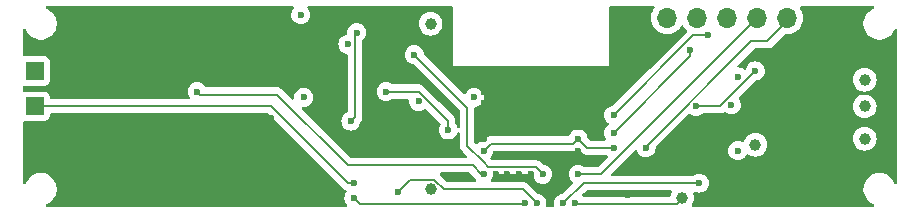
<source format=gbl>
G04 #@! TF.GenerationSoftware,KiCad,Pcbnew,8.0.4*
G04 #@! TF.CreationDate,2025-02-14T17:20:51+11:00*
G04 #@! TF.ProjectId,LSG,4c53472e-6b69-4636-9164-5f7063625858,rev?*
G04 #@! TF.SameCoordinates,Original*
G04 #@! TF.FileFunction,Copper,L4,Bot*
G04 #@! TF.FilePolarity,Positive*
%FSLAX46Y46*%
G04 Gerber Fmt 4.6, Leading zero omitted, Abs format (unit mm)*
G04 Created by KiCad (PCBNEW 8.0.4) date 2025-02-14 17:20:51*
%MOMM*%
%LPD*%
G01*
G04 APERTURE LIST*
G04 #@! TA.AperFunction,ComponentPad*
%ADD10C,1.000000*%
G04 #@! TD*
G04 #@! TA.AperFunction,ComponentPad*
%ADD11R,1.500000X1.500000*%
G04 #@! TD*
G04 #@! TA.AperFunction,ComponentPad*
%ADD12O,1.700000X1.100000*%
G04 #@! TD*
G04 #@! TA.AperFunction,ComponentPad*
%ADD13R,1.700000X1.700000*%
G04 #@! TD*
G04 #@! TA.AperFunction,ComponentPad*
%ADD14O,1.700000X1.700000*%
G04 #@! TD*
G04 #@! TA.AperFunction,ViaPad*
%ADD15C,0.600000*%
G04 #@! TD*
G04 #@! TA.AperFunction,ViaPad*
%ADD16C,1.000000*%
G04 #@! TD*
G04 #@! TA.AperFunction,Conductor*
%ADD17C,0.200000*%
G04 #@! TD*
G04 APERTURE END LIST*
D10*
X-2500000Y7000000D03*
D11*
X-36000000Y-3000000D03*
D10*
X18825000Y-7750000D03*
D12*
X32000000Y-4320000D03*
X35800000Y-4320000D03*
X32000000Y4320000D03*
X35800000Y4320000D03*
D11*
X-36000000Y0D03*
D13*
X15000000Y7500000D03*
D14*
X17540000Y7500000D03*
X20080000Y7500000D03*
X22620000Y7500000D03*
X25160000Y7500000D03*
X27700000Y7500000D03*
D11*
X-36000000Y3000000D03*
D10*
X-2500000Y-7000000D03*
D15*
X-16000000Y-1000000D03*
X29500000Y5500000D03*
X10000000Y-750000D03*
X29500000Y2250000D03*
X-27000000Y-4500000D03*
X10000000Y-4750000D03*
X8000000Y1250000D03*
X4000000Y-2250000D03*
X-5250000Y-500000D03*
X23000000Y-6250000D03*
X-33500000Y4250000D03*
X5000000Y1250000D03*
X14250000Y-7500000D03*
X5000000Y-5750000D03*
X-15000000Y-4500000D03*
X17000000Y4750000D03*
X4000000Y-5750000D03*
X-11750000Y-1000000D03*
X10000000Y250000D03*
X3000000Y1250000D03*
X10000000Y-1750000D03*
X6000000Y-2250000D03*
X4000000Y-250000D03*
X7000000Y1250000D03*
X2000000Y1250000D03*
X10000000Y-3750000D03*
X-9000000Y-3000000D03*
X6000000Y-250000D03*
X8000000Y-5750000D03*
X4000000Y-4250000D03*
X8000000Y-250000D03*
X-7250000Y-500000D03*
X3000000Y-5750000D03*
X9000000Y1250000D03*
X10000000Y1250000D03*
X8000000Y-2250000D03*
X2000000Y-750000D03*
X2000000Y-2750000D03*
X8000000Y-4250000D03*
X2000000Y-1750000D03*
X-33500000Y-4250000D03*
X9000000Y-5750000D03*
X4000000Y1250000D03*
X26750000Y-1750000D03*
X6000000Y-5750000D03*
X-27000000Y-1000000D03*
X6000000Y-4250000D03*
X6000000Y1250000D03*
X-6500000Y7500000D03*
X-15000000Y4500000D03*
X13750000Y4500000D03*
X-27000000Y4500000D03*
X27000000Y1000000D03*
X2000000Y250000D03*
X-1000000Y-6000000D03*
X-13500000Y7750000D03*
D16*
X25000000Y-3250000D03*
D15*
X23500000Y2500000D03*
X22972947Y124419D03*
X-9500000Y5250000D03*
X-13250000Y750000D03*
X1199997Y750000D03*
X-3521772Y423242D03*
X-9000000Y-7750000D03*
X5500000Y-8200000D03*
D16*
X34250000Y-2750000D03*
X34250000Y2250000D03*
D15*
X23500000Y-3750000D03*
D16*
X34250000Y0D03*
D15*
X-8750000Y6250000D03*
X-9250000Y-1250000D03*
X-6250000Y1250000D03*
X-1000000Y-2000000D03*
X10000000Y-5750000D03*
X10000000Y-2750000D03*
X13000000Y-3500000D03*
X15750000Y-3500000D03*
X2000000Y-3750000D03*
X2000000Y-5750000D03*
X-22250000Y1250000D03*
X25000000Y3000000D03*
X20000000Y0D03*
X21000000Y6000000D03*
X13000000Y-750000D03*
X19500000Y4750000D03*
X13000000Y-2250000D03*
X-9000000Y-6500000D03*
X9750000Y-8200000D03*
X20250000Y-6500000D03*
X8750000Y-8200000D03*
X6500000Y-8200000D03*
X-5250000Y-7250000D03*
X7000000Y-5750000D03*
X-3875000Y4375000D03*
D17*
X-8500000Y-8250000D02*
X-9000000Y-7750000D01*
X5500000Y-8200000D02*
X5450000Y-8250000D01*
X5450000Y-8250000D02*
X-8500000Y-8250000D01*
X-8900000Y-900000D02*
X-9250000Y-1250000D01*
X-8750000Y6250000D02*
X-8900000Y6100000D01*
X-8900000Y6100000D02*
X-8900000Y-900000D01*
X-1000000Y-1250000D02*
X-3500000Y1250000D01*
X-1000000Y-2000000D02*
X-1000000Y-1250000D01*
X-3500000Y1250000D02*
X-6250000Y1250000D01*
X10000000Y-5750000D02*
X11910000Y-5750000D01*
X11910000Y-5750000D02*
X25160000Y7500000D01*
X27700000Y7200000D02*
X27700000Y7500000D01*
X10000000Y-2750000D02*
X10750000Y-3500000D01*
X2000000Y-3750000D02*
X2600000Y-3150000D01*
X10750000Y-3500000D02*
X13000000Y-3500000D01*
X2600000Y-3150000D02*
X9600000Y-3150000D01*
X26000000Y5500000D02*
X27700000Y7200000D01*
X9600000Y-3150000D02*
X10000000Y-2750000D01*
X15750000Y-3401471D02*
X24651471Y5500000D01*
X24651471Y5500000D02*
X26000000Y5500000D01*
X15750000Y-3500000D02*
X15750000Y-3401471D01*
X-15500000Y1000000D02*
X-22000000Y1000000D01*
X-22000000Y1000000D02*
X-22250000Y1250000D01*
X2000000Y-5750000D02*
X1802941Y-5750000D01*
X-9500000Y-5000000D02*
X-15500000Y1000000D01*
X1802941Y-5750000D02*
X1052941Y-5000000D01*
X1052941Y-5000000D02*
X-9500000Y-5000000D01*
X22000000Y0D02*
X20000000Y0D01*
X25000000Y3000000D02*
X22000000Y0D01*
X21000000Y6000000D02*
X19750000Y6000000D01*
X19750000Y6000000D02*
X13000000Y-750000D01*
X19500000Y4250000D02*
X19500000Y4750000D01*
X13000000Y-2250000D02*
X19500000Y4250000D01*
X-9500000Y-6500000D02*
X-16000000Y0D01*
X-16000000Y0D02*
X-36000000Y0D01*
X-9000000Y-6500000D02*
X-9500000Y-6500000D01*
X18325000Y-8250000D02*
X18825000Y-7750000D01*
X9750000Y-8200000D02*
X9800000Y-8250000D01*
X9800000Y-8250000D02*
X18325000Y-8250000D01*
X10450000Y-6500000D02*
X20250000Y-6500000D01*
X8750000Y-8200000D02*
X10450000Y-6500000D01*
X6500000Y-8200000D02*
X5300000Y-7000000D01*
X5300000Y-7000000D02*
X-1368629Y-7000000D01*
X-2168629Y-6200000D02*
X-4200000Y-6200000D01*
X-1368629Y-7000000D02*
X-2168629Y-6200000D01*
X-4200000Y-6200000D02*
X-5250000Y-7250000D01*
X7000000Y-5750000D02*
X6400000Y-5150000D01*
X599997Y-99997D02*
X599997Y-3349997D01*
X-3875000Y4375000D02*
X599997Y-99997D01*
X599997Y-3349997D02*
X2000000Y-4750000D01*
X6400000Y-5150000D02*
X2400000Y-5150000D01*
X2400000Y-5150000D02*
X2000000Y-4750000D01*
G04 #@! TA.AperFunction,Conductor*
G36*
X-16233058Y-620185D02*
G01*
X-16212415Y-636819D01*
X-9990727Y-6858506D01*
X-9990724Y-6858511D01*
X-9980520Y-6868714D01*
X-9980520Y-6868716D01*
X-9868716Y-6980520D01*
X-9793040Y-7024211D01*
X-9731785Y-7059577D01*
X-9705605Y-7066591D01*
X-9645948Y-7102952D01*
X-9615417Y-7165799D01*
X-9623710Y-7235174D01*
X-9632706Y-7252337D01*
X-9716381Y-7385506D01*
X-9725789Y-7400478D01*
X-9783867Y-7566455D01*
X-9785368Y-7570745D01*
X-9785369Y-7570750D01*
X-9805565Y-7749996D01*
X-9805565Y-7750003D01*
X-9794244Y-7850478D01*
X-9785368Y-7929255D01*
X-9725789Y-8099522D01*
X-9629816Y-8252262D01*
X-9594259Y-8287819D01*
X-9560774Y-8349142D01*
X-9565758Y-8418834D01*
X-9607630Y-8474767D01*
X-9673094Y-8499184D01*
X-9681940Y-8499500D01*
X-34961772Y-8499500D01*
X-35028811Y-8479815D01*
X-35074566Y-8427011D01*
X-35084510Y-8357853D01*
X-35055485Y-8294297D01*
X-35000091Y-8257569D01*
X-34981589Y-8251558D01*
X-34792185Y-8155052D01*
X-34792182Y-8155050D01*
X-34792180Y-8155049D01*
X-34620214Y-8030110D01*
X-34469891Y-7879787D01*
X-34344952Y-7707821D01*
X-34248445Y-7518415D01*
X-34222257Y-7437819D01*
X-34182755Y-7316244D01*
X-34181063Y-7305565D01*
X-34154337Y-7136819D01*
X-34149501Y-7106288D01*
X-34149501Y-6893714D01*
X-34149501Y-6893713D01*
X-34182754Y-6683761D01*
X-34248445Y-6481586D01*
X-34344952Y-6292180D01*
X-34469891Y-6120214D01*
X-34620214Y-5969891D01*
X-34792180Y-5844952D01*
X-34981586Y-5748445D01*
X-35183761Y-5682754D01*
X-35183760Y-5682754D01*
X-35354203Y-5655758D01*
X-35393714Y-5649501D01*
X-35606288Y-5649501D01*
X-35669645Y-5659535D01*
X-35816240Y-5682754D01*
X-35816242Y-5682754D01*
X-35816244Y-5682755D01*
X-36018413Y-5748444D01*
X-36018414Y-5748444D01*
X-36018415Y-5748445D01*
X-36207821Y-5844952D01*
X-36379787Y-5969891D01*
X-36530110Y-6120214D01*
X-36655049Y-6292180D01*
X-36655050Y-6292182D01*
X-36655052Y-6292185D01*
X-36751558Y-6481589D01*
X-36757570Y-6500092D01*
X-36797008Y-6557766D01*
X-36861367Y-6584963D01*
X-36930213Y-6573048D01*
X-36981688Y-6525803D01*
X-36999500Y-6461771D01*
X-36999500Y-1366868D01*
X-36979815Y-1299829D01*
X-36927011Y-1254074D01*
X-36862244Y-1243579D01*
X-36857483Y-1244090D01*
X-36857483Y-1244091D01*
X-36797873Y-1250500D01*
X-35202128Y-1250499D01*
X-35153757Y-1245299D01*
X-35142516Y-1244091D01*
X-35007671Y-1193797D01*
X-35007664Y-1193793D01*
X-34892455Y-1107547D01*
X-34892452Y-1107544D01*
X-34806206Y-992335D01*
X-34806202Y-992328D01*
X-34755908Y-857482D01*
X-34749501Y-797883D01*
X-34749500Y-797864D01*
X-34749500Y-724500D01*
X-34729815Y-657461D01*
X-34677011Y-611706D01*
X-34625500Y-600500D01*
X-16300097Y-600500D01*
X-16233058Y-620185D01*
G37*
G04 #@! TD.AperFunction*
G04 #@! TA.AperFunction,Conductor*
G36*
X10059909Y-3661571D02*
G01*
X10075663Y-3674898D01*
X10265139Y-3864374D01*
X10265149Y-3864385D01*
X10269479Y-3868715D01*
X10269480Y-3868716D01*
X10381284Y-3980520D01*
X10468095Y-4030639D01*
X10468097Y-4030641D01*
X10506151Y-4052611D01*
X10518215Y-4059577D01*
X10670943Y-4100500D01*
X12410902Y-4100500D01*
X12477941Y-4120185D01*
X12523696Y-4172989D01*
X12533640Y-4242147D01*
X12504615Y-4305703D01*
X12498583Y-4312181D01*
X11697584Y-5113181D01*
X11636261Y-5146666D01*
X11609903Y-5149500D01*
X10582412Y-5149500D01*
X10515373Y-5129815D01*
X10505097Y-5122445D01*
X10502263Y-5120185D01*
X10502262Y-5120184D01*
X10445496Y-5084515D01*
X10349523Y-5024211D01*
X10179254Y-4964631D01*
X10179249Y-4964630D01*
X10000004Y-4944435D01*
X9999996Y-4944435D01*
X9820750Y-4964630D01*
X9820745Y-4964631D01*
X9650476Y-5024211D01*
X9497737Y-5120184D01*
X9370184Y-5247737D01*
X9274211Y-5400476D01*
X9214631Y-5570745D01*
X9214630Y-5570750D01*
X9194435Y-5749996D01*
X9194435Y-5750003D01*
X9214630Y-5929249D01*
X9214631Y-5929254D01*
X9274211Y-6099523D01*
X9343332Y-6209527D01*
X9370184Y-6252262D01*
X9497738Y-6379816D01*
X9503156Y-6383220D01*
X9549448Y-6435554D01*
X9560098Y-6504607D01*
X9531724Y-6568456D01*
X9524867Y-6575896D01*
X8731465Y-7369298D01*
X8670142Y-7402783D01*
X8657668Y-7404837D01*
X8570750Y-7414630D01*
X8400478Y-7474210D01*
X8247737Y-7570184D01*
X8120184Y-7697737D01*
X8024211Y-7850476D01*
X7964631Y-8020745D01*
X7964630Y-8020750D01*
X7944435Y-8199996D01*
X7944435Y-8200003D01*
X7962644Y-8361617D01*
X7950589Y-8430439D01*
X7903240Y-8481818D01*
X7839424Y-8499500D01*
X7410576Y-8499500D01*
X7343537Y-8479815D01*
X7297782Y-8427011D01*
X7287356Y-8361617D01*
X7305565Y-8200003D01*
X7305565Y-8199996D01*
X7285369Y-8020750D01*
X7285368Y-8020745D01*
X7236046Y-7879792D01*
X7225789Y-7850478D01*
X7129816Y-7697738D01*
X7002262Y-7570184D01*
X6977021Y-7554324D01*
X6849521Y-7474210D01*
X6679249Y-7414630D01*
X6592330Y-7404837D01*
X6527916Y-7377770D01*
X6518533Y-7369298D01*
X5787590Y-6638355D01*
X5787588Y-6638352D01*
X5668717Y-6519481D01*
X5668709Y-6519475D01*
X5573717Y-6464632D01*
X5573715Y-6464631D01*
X5531790Y-6440425D01*
X5531789Y-6440424D01*
X5513614Y-6435554D01*
X5379057Y-6399499D01*
X5220943Y-6399499D01*
X5213347Y-6399499D01*
X5213331Y-6399500D01*
X2761661Y-6399500D01*
X2694622Y-6379815D01*
X2648867Y-6327011D01*
X2638923Y-6257853D01*
X2656668Y-6209527D01*
X2725788Y-6099523D01*
X2725789Y-6099522D01*
X2785368Y-5929255D01*
X2788794Y-5898855D01*
X2793102Y-5860617D01*
X2820168Y-5796203D01*
X2877763Y-5756648D01*
X2916322Y-5750500D01*
X6083678Y-5750500D01*
X6150717Y-5770185D01*
X6196472Y-5822989D01*
X6206898Y-5860617D01*
X6214630Y-5929249D01*
X6274210Y-6099521D01*
X6306229Y-6150478D01*
X6370184Y-6252262D01*
X6497738Y-6379816D01*
X6529065Y-6399500D01*
X6632721Y-6464632D01*
X6650478Y-6475789D01*
X6775340Y-6519480D01*
X6820745Y-6535368D01*
X6820750Y-6535369D01*
X6999996Y-6555565D01*
X7000000Y-6555565D01*
X7000004Y-6555565D01*
X7179249Y-6535369D01*
X7179252Y-6535368D01*
X7179255Y-6535368D01*
X7349522Y-6475789D01*
X7502262Y-6379816D01*
X7629816Y-6252262D01*
X7725789Y-6099522D01*
X7785368Y-5929255D01*
X7788721Y-5899500D01*
X7805565Y-5750003D01*
X7805565Y-5749996D01*
X7785369Y-5570750D01*
X7785368Y-5570745D01*
X7725788Y-5400476D01*
X7629815Y-5247737D01*
X7502262Y-5120184D01*
X7349521Y-5024210D01*
X7179249Y-4964630D01*
X7092330Y-4954837D01*
X7027916Y-4927770D01*
X7018533Y-4919298D01*
X6887590Y-4788355D01*
X6887588Y-4788352D01*
X6768717Y-4669481D01*
X6768716Y-4669480D01*
X6681904Y-4619360D01*
X6681904Y-4619359D01*
X6681900Y-4619358D01*
X6631785Y-4590423D01*
X6479057Y-4549499D01*
X6320943Y-4549499D01*
X6313347Y-4549499D01*
X6313331Y-4549500D01*
X2700097Y-4549500D01*
X2633058Y-4529815D01*
X2612416Y-4513181D01*
X2578337Y-4479102D01*
X2544852Y-4417779D01*
X2549836Y-4348087D01*
X2578336Y-4303741D01*
X2629816Y-4252262D01*
X2725789Y-4099522D01*
X2785368Y-3929255D01*
X2793101Y-3860616D01*
X2820166Y-3796204D01*
X2877760Y-3756648D01*
X2916321Y-3750500D01*
X9513331Y-3750500D01*
X9513347Y-3750501D01*
X9520943Y-3750501D01*
X9679054Y-3750501D01*
X9679057Y-3750501D01*
X9831785Y-3709577D01*
X9885068Y-3678814D01*
X9925983Y-3655191D01*
X9993881Y-3638719D01*
X10059909Y-3661571D01*
G37*
G04 #@! TD.AperFunction*
G04 #@! TA.AperFunction,Conductor*
G36*
X35028813Y8479815D02*
G01*
X35074568Y8427011D01*
X35084512Y8357853D01*
X35055487Y8294297D01*
X35000093Y8257569D01*
X34981588Y8251557D01*
X34792184Y8155051D01*
X34792181Y8155049D01*
X34792179Y8155048D01*
X34620213Y8030109D01*
X34469890Y7879786D01*
X34344951Y7707820D01*
X34344949Y7707816D01*
X34248443Y7518412D01*
X34182754Y7316243D01*
X34182753Y7316239D01*
X34149500Y7106286D01*
X34149500Y6893713D01*
X34182753Y6683760D01*
X34248444Y6481585D01*
X34344951Y6292179D01*
X34469890Y6120213D01*
X34620213Y5969890D01*
X34792179Y5844951D01*
X34981585Y5748444D01*
X35183760Y5682753D01*
X35183759Y5682753D01*
X35354202Y5655757D01*
X35393713Y5649500D01*
X35393714Y5649500D01*
X35606286Y5649500D01*
X35606287Y5649500D01*
X35669644Y5659534D01*
X35816239Y5682753D01*
X35816241Y5682753D01*
X35816243Y5682754D01*
X36018412Y5748443D01*
X36207816Y5844949D01*
X36207820Y5844951D01*
X36379786Y5969890D01*
X36530109Y6120213D01*
X36655048Y6292179D01*
X36655052Y6292185D01*
X36751557Y6481588D01*
X36757570Y6500094D01*
X36797008Y6557768D01*
X36861367Y6584965D01*
X36930213Y6573050D01*
X36981688Y6525805D01*
X36999500Y6461773D01*
X36999500Y-6461773D01*
X36979815Y-6528812D01*
X36927011Y-6574567D01*
X36857853Y-6584511D01*
X36794297Y-6555486D01*
X36757570Y-6500094D01*
X36751557Y-6481588D01*
X36655051Y-6292184D01*
X36655049Y-6292181D01*
X36655048Y-6292179D01*
X36530109Y-6120213D01*
X36379786Y-5969890D01*
X36207820Y-5844951D01*
X36018414Y-5748444D01*
X36018413Y-5748443D01*
X36018412Y-5748443D01*
X35816243Y-5682754D01*
X35816241Y-5682753D01*
X35816240Y-5682753D01*
X35654957Y-5657208D01*
X35606287Y-5649500D01*
X35393713Y-5649500D01*
X35345042Y-5657208D01*
X35183760Y-5682753D01*
X34981585Y-5748444D01*
X34792179Y-5844951D01*
X34620213Y-5969890D01*
X34469890Y-6120213D01*
X34344951Y-6292179D01*
X34248444Y-6481585D01*
X34182753Y-6683760D01*
X34163815Y-6803334D01*
X34149500Y-6893713D01*
X34149500Y-7106287D01*
X34153227Y-7129816D01*
X34182753Y-7316239D01*
X34182753Y-7316241D01*
X34182754Y-7316243D01*
X34245012Y-7507853D01*
X34248444Y-7518414D01*
X34344951Y-7707820D01*
X34469890Y-7879786D01*
X34620213Y-8030109D01*
X34792179Y-8155048D01*
X34792181Y-8155049D01*
X34792184Y-8155051D01*
X34981588Y-8251557D01*
X35000092Y-8257569D01*
X35057768Y-8297006D01*
X35084966Y-8361365D01*
X35073051Y-8430211D01*
X35025807Y-8481687D01*
X34961774Y-8499500D01*
X19765301Y-8499500D01*
X19698262Y-8479815D01*
X19652507Y-8427011D01*
X19642563Y-8357853D01*
X19659172Y-8314516D01*
X19658039Y-8313911D01*
X19753811Y-8134733D01*
X19753811Y-8134732D01*
X19753814Y-8134727D01*
X19811024Y-7946132D01*
X19830341Y-7750000D01*
X19811024Y-7553868D01*
X19759950Y-7385503D01*
X19759328Y-7315639D01*
X19796576Y-7256526D01*
X19859870Y-7226935D01*
X19919567Y-7232469D01*
X20070737Y-7285366D01*
X20070743Y-7285367D01*
X20070745Y-7285368D01*
X20070746Y-7285368D01*
X20070750Y-7285369D01*
X20249996Y-7305565D01*
X20250000Y-7305565D01*
X20250004Y-7305565D01*
X20429249Y-7285369D01*
X20429252Y-7285368D01*
X20429255Y-7285368D01*
X20599522Y-7225789D01*
X20752262Y-7129816D01*
X20879816Y-7002262D01*
X20975789Y-6849522D01*
X21035368Y-6679255D01*
X21035369Y-6679249D01*
X21055565Y-6500003D01*
X21055565Y-6499996D01*
X21035369Y-6320750D01*
X21035368Y-6320745D01*
X20975788Y-6150476D01*
X20932508Y-6081597D01*
X20879816Y-5997738D01*
X20752262Y-5870184D01*
X20712104Y-5844951D01*
X20599523Y-5774211D01*
X20429254Y-5714631D01*
X20429249Y-5714630D01*
X20250004Y-5694435D01*
X20249996Y-5694435D01*
X20070750Y-5714630D01*
X20070745Y-5714631D01*
X19900476Y-5774211D01*
X19747736Y-5870185D01*
X19744903Y-5872445D01*
X19742724Y-5873334D01*
X19741842Y-5873889D01*
X19741744Y-5873734D01*
X19680217Y-5898855D01*
X19667588Y-5899500D01*
X12909097Y-5899500D01*
X12842058Y-5879815D01*
X12796303Y-5827011D01*
X12786359Y-5757853D01*
X12815384Y-5694297D01*
X12821416Y-5687819D01*
X13261498Y-5247737D01*
X14790186Y-3719047D01*
X14851507Y-3685564D01*
X14921198Y-3690548D01*
X14977132Y-3732420D01*
X14994907Y-3765776D01*
X15024210Y-3849521D01*
X15086231Y-3948226D01*
X15120184Y-4002262D01*
X15247738Y-4129816D01*
X15325713Y-4178811D01*
X15360251Y-4200513D01*
X15400478Y-4225789D01*
X15484930Y-4255340D01*
X15570745Y-4285368D01*
X15570750Y-4285369D01*
X15749996Y-4305565D01*
X15750000Y-4305565D01*
X15750004Y-4305565D01*
X15929249Y-4285369D01*
X15929252Y-4285368D01*
X15929255Y-4285368D01*
X16099522Y-4225789D01*
X16252262Y-4129816D01*
X16379816Y-4002262D01*
X16475789Y-3849522D01*
X16510615Y-3749996D01*
X22694435Y-3749996D01*
X22694435Y-3750003D01*
X22714630Y-3929249D01*
X22714631Y-3929254D01*
X22774211Y-4099523D01*
X22837668Y-4200513D01*
X22870184Y-4252262D01*
X22997738Y-4379816D01*
X23150478Y-4475789D01*
X23320745Y-4535368D01*
X23320750Y-4535369D01*
X23499996Y-4555565D01*
X23500000Y-4555565D01*
X23500004Y-4555565D01*
X23679249Y-4535369D01*
X23679252Y-4535368D01*
X23679255Y-4535368D01*
X23849522Y-4475789D01*
X24002262Y-4379816D01*
X24129816Y-4252262D01*
X24212806Y-4120185D01*
X24229494Y-4093626D01*
X24232024Y-4095215D01*
X24269859Y-4053232D01*
X24337269Y-4034855D01*
X24403913Y-4055841D01*
X24413522Y-4062980D01*
X24441459Y-4085908D01*
X24441467Y-4085913D01*
X24615266Y-4178811D01*
X24615269Y-4178811D01*
X24615273Y-4178814D01*
X24803868Y-4236024D01*
X25000000Y-4255341D01*
X25196132Y-4236024D01*
X25384727Y-4178814D01*
X25558538Y-4085910D01*
X25710883Y-3960883D01*
X25835910Y-3808538D01*
X25905014Y-3679254D01*
X25928811Y-3634733D01*
X25928811Y-3634732D01*
X25928814Y-3634727D01*
X25986024Y-3446132D01*
X26005341Y-3250000D01*
X25986024Y-3053868D01*
X25928814Y-2865273D01*
X25928811Y-2865269D01*
X25928811Y-2865266D01*
X25867200Y-2750000D01*
X33244659Y-2750000D01*
X33263975Y-2946129D01*
X33266617Y-2954837D01*
X33316774Y-3120184D01*
X33321188Y-3134733D01*
X33414086Y-3308532D01*
X33414090Y-3308539D01*
X33539116Y-3460883D01*
X33691460Y-3585909D01*
X33691467Y-3585913D01*
X33865266Y-3678811D01*
X33865269Y-3678811D01*
X33865273Y-3678814D01*
X34053868Y-3736024D01*
X34250000Y-3755341D01*
X34446132Y-3736024D01*
X34634727Y-3678814D01*
X34642054Y-3674898D01*
X34725079Y-3630520D01*
X34808538Y-3585910D01*
X34960883Y-3460883D01*
X35085910Y-3308538D01*
X35178814Y-3134727D01*
X35236024Y-2946132D01*
X35255341Y-2750000D01*
X35236024Y-2553868D01*
X35178814Y-2365273D01*
X35178811Y-2365269D01*
X35178811Y-2365266D01*
X35085913Y-2191467D01*
X35085909Y-2191460D01*
X34960883Y-2039116D01*
X34808539Y-1914090D01*
X34808532Y-1914086D01*
X34634733Y-1821188D01*
X34634727Y-1821186D01*
X34508997Y-1783046D01*
X34446129Y-1763975D01*
X34250000Y-1744659D01*
X34053870Y-1763975D01*
X33865266Y-1821188D01*
X33691467Y-1914086D01*
X33691460Y-1914090D01*
X33539116Y-2039116D01*
X33414090Y-2191460D01*
X33414086Y-2191467D01*
X33321188Y-2365266D01*
X33263975Y-2553870D01*
X33244659Y-2750000D01*
X25867200Y-2750000D01*
X25835913Y-2691467D01*
X25835909Y-2691460D01*
X25710883Y-2539116D01*
X25558539Y-2414090D01*
X25558532Y-2414086D01*
X25384733Y-2321188D01*
X25384727Y-2321186D01*
X25242092Y-2277918D01*
X25196129Y-2263975D01*
X25000000Y-2244659D01*
X24803870Y-2263975D01*
X24615266Y-2321188D01*
X24441467Y-2414086D01*
X24441460Y-2414090D01*
X24289116Y-2539116D01*
X24164090Y-2691460D01*
X24164086Y-2691467D01*
X24071186Y-2865270D01*
X24042341Y-2960358D01*
X24004043Y-3018796D01*
X23940230Y-3047252D01*
X23871164Y-3036690D01*
X23857709Y-3029355D01*
X23849522Y-3024211D01*
X23679254Y-2964631D01*
X23679249Y-2964630D01*
X23500004Y-2944435D01*
X23499996Y-2944435D01*
X23320750Y-2964630D01*
X23320745Y-2964631D01*
X23150476Y-3024211D01*
X22997737Y-3120184D01*
X22870184Y-3247737D01*
X22774211Y-3400476D01*
X22714631Y-3570745D01*
X22714630Y-3570750D01*
X22694435Y-3749996D01*
X16510615Y-3749996D01*
X16535368Y-3679255D01*
X16537361Y-3661571D01*
X16555565Y-3500002D01*
X16555565Y-3496502D01*
X16556205Y-3494322D01*
X16556345Y-3493080D01*
X16556562Y-3493104D01*
X16575250Y-3429463D01*
X16591884Y-3408821D01*
X17976494Y-2024211D01*
X19349916Y-650789D01*
X19411237Y-617306D01*
X19480929Y-622290D01*
X19503567Y-633479D01*
X19650473Y-725787D01*
X19650477Y-725788D01*
X19650478Y-725789D01*
X19713202Y-747737D01*
X19820745Y-785368D01*
X19820750Y-785369D01*
X19999996Y-805565D01*
X20000000Y-805565D01*
X20000004Y-805565D01*
X20179249Y-785369D01*
X20179252Y-785368D01*
X20179255Y-785368D01*
X20349522Y-725789D01*
X20502262Y-629816D01*
X20502267Y-629810D01*
X20505097Y-627555D01*
X20507275Y-626665D01*
X20508158Y-626111D01*
X20508255Y-626265D01*
X20569783Y-601145D01*
X20582412Y-600500D01*
X21913331Y-600500D01*
X21913347Y-600501D01*
X21920943Y-600501D01*
X22079054Y-600501D01*
X22079057Y-600501D01*
X22231785Y-559577D01*
X22293040Y-524211D01*
X22336556Y-499087D01*
X22404454Y-482615D01*
X22463856Y-503175D01*
X22464789Y-501692D01*
X22470684Y-505396D01*
X22470685Y-505397D01*
X22549468Y-554900D01*
X22574693Y-570750D01*
X22623425Y-601370D01*
X22764662Y-650791D01*
X22793692Y-660949D01*
X22793697Y-660950D01*
X22972943Y-681146D01*
X22972947Y-681146D01*
X22972951Y-681146D01*
X23152196Y-660950D01*
X23152199Y-660949D01*
X23152202Y-660949D01*
X23322469Y-601370D01*
X23475209Y-505397D01*
X23602763Y-377843D01*
X23698736Y-225103D01*
X23758315Y-54836D01*
X23758316Y-54830D01*
X23764494Y0D01*
X33244659Y0D01*
X33263975Y-196129D01*
X33321188Y-384733D01*
X33414086Y-558532D01*
X33414090Y-558539D01*
X33539116Y-710883D01*
X33691460Y-835909D01*
X33691467Y-835913D01*
X33865266Y-928811D01*
X33865269Y-928811D01*
X33865273Y-928814D01*
X34053868Y-986024D01*
X34250000Y-1005341D01*
X34446132Y-986024D01*
X34634727Y-928814D01*
X34808538Y-835910D01*
X34960883Y-710883D01*
X35085910Y-558538D01*
X35148215Y-441974D01*
X35178811Y-384733D01*
X35178811Y-384732D01*
X35178814Y-384727D01*
X35236024Y-196132D01*
X35255341Y0D01*
X35236024Y196132D01*
X35178814Y384727D01*
X35158229Y423238D01*
X35085913Y558532D01*
X35085909Y558539D01*
X35072167Y575283D01*
X34960883Y710883D01*
X34808538Y835910D01*
X34721632Y882362D01*
X34634733Y928811D01*
X34634732Y928811D01*
X34634727Y928814D01*
X34446132Y986024D01*
X34288012Y1001597D01*
X34249917Y1016979D01*
X34222937Y1003172D01*
X34211986Y1001597D01*
X34053868Y986024D01*
X33865273Y928814D01*
X33865269Y928811D01*
X33865266Y928811D01*
X33691467Y835913D01*
X33691460Y835909D01*
X33539116Y710883D01*
X33414090Y558539D01*
X33414086Y558532D01*
X33321188Y384733D01*
X33263975Y196129D01*
X33244659Y0D01*
X23764494Y0D01*
X23778512Y124415D01*
X23778512Y124422D01*
X23758316Y303668D01*
X23758315Y303673D01*
X23729951Y384733D01*
X23698736Y473941D01*
X23606425Y620851D01*
X23587426Y688087D01*
X23607794Y754923D01*
X23623739Y774504D01*
X25018534Y2169298D01*
X25079857Y2202783D01*
X25092331Y2204837D01*
X25179249Y2214630D01*
X25280332Y2250000D01*
X33244659Y2250000D01*
X33263975Y2053870D01*
X33321188Y1865266D01*
X33414086Y1691467D01*
X33414090Y1691460D01*
X33539116Y1539116D01*
X33691460Y1414090D01*
X33691467Y1414086D01*
X33865266Y1321188D01*
X34053870Y1263975D01*
X34211986Y1248403D01*
X34250081Y1233020D01*
X34277062Y1246828D01*
X34288010Y1248402D01*
X34309285Y1250498D01*
X34446129Y1263975D01*
X34576744Y1303597D01*
X34634727Y1321186D01*
X34634733Y1321188D01*
X34808532Y1414086D01*
X34808539Y1414090D01*
X34960883Y1539116D01*
X35085909Y1691460D01*
X35085913Y1691467D01*
X35178811Y1865266D01*
X35178811Y1865269D01*
X35178814Y1865273D01*
X35236024Y2053868D01*
X35255341Y2250000D01*
X35236024Y2446132D01*
X35178814Y2634727D01*
X35085910Y2808538D01*
X34960883Y2960883D01*
X34808538Y3085910D01*
X34721632Y3132362D01*
X34634733Y3178811D01*
X34634732Y3178811D01*
X34634727Y3178814D01*
X34446132Y3236024D01*
X34250000Y3255341D01*
X34053868Y3236024D01*
X33865273Y3178814D01*
X33865269Y3178811D01*
X33865266Y3178811D01*
X33691467Y3085913D01*
X33691460Y3085909D01*
X33539116Y2960883D01*
X33414090Y2808539D01*
X33414086Y2808532D01*
X33321188Y2634733D01*
X33263975Y2446129D01*
X33244659Y2250000D01*
X25280332Y2250000D01*
X25349521Y2274210D01*
X25502262Y2370184D01*
X25629815Y2497737D01*
X25725788Y2650476D01*
X25735859Y2679255D01*
X25785368Y2820745D01*
X25805565Y3000000D01*
X25795885Y3085909D01*
X25785369Y3179249D01*
X25785368Y3179254D01*
X25769085Y3225789D01*
X25725789Y3349522D01*
X25629816Y3502262D01*
X25502262Y3629816D01*
X25349522Y3725789D01*
X25179255Y3785368D01*
X25179252Y3785368D01*
X25179249Y3785369D01*
X25000004Y3805565D01*
X24999996Y3805565D01*
X24820750Y3785369D01*
X24820745Y3785368D01*
X24650478Y3725789D01*
X24497738Y3629816D01*
X24497737Y3629815D01*
X24370184Y3502262D01*
X24274210Y3349521D01*
X24245232Y3266705D01*
X24214632Y3179255D01*
X24214632Y3179254D01*
X24212333Y3172683D01*
X24209643Y3173624D01*
X24181771Y3123829D01*
X24120100Y3090989D01*
X24050464Y3096704D01*
X24007333Y3124744D01*
X24002262Y3129816D01*
X23849522Y3225789D01*
X23679255Y3285368D01*
X23679252Y3285368D01*
X23679249Y3285369D01*
X23596731Y3294666D01*
X23581758Y3296353D01*
X23517344Y3323419D01*
X23477789Y3381013D01*
X23475650Y3450850D01*
X23507960Y3507254D01*
X24863887Y4863181D01*
X24925210Y4896666D01*
X24951568Y4899500D01*
X25913331Y4899500D01*
X25913347Y4899499D01*
X25920943Y4899499D01*
X26079054Y4899499D01*
X26079057Y4899499D01*
X26231785Y4940423D01*
X26303424Y4981784D01*
X26368716Y5019480D01*
X26480520Y5131284D01*
X26487588Y5138352D01*
X26487590Y5138355D01*
X27469296Y6120061D01*
X27530619Y6153546D01*
X27567784Y6155908D01*
X27699998Y6144341D01*
X27700000Y6144341D01*
X27700001Y6144341D01*
X27935403Y6164936D01*
X27935413Y6164938D01*
X28163655Y6226094D01*
X28163659Y6226096D01*
X28163663Y6226097D01*
X28377830Y6325965D01*
X28377834Y6325967D01*
X28571395Y6461501D01*
X28571402Y6461506D01*
X28738493Y6628597D01*
X28738495Y6628599D01*
X28861220Y6803868D01*
X28874032Y6822165D01*
X28874034Y6822169D01*
X28874035Y6822170D01*
X28973903Y7036337D01*
X29035063Y7264592D01*
X29055659Y7500000D01*
X29035063Y7735408D01*
X28973903Y7963663D01*
X28874035Y8177829D01*
X28815476Y8261460D01*
X28785426Y8304377D01*
X28763099Y8370583D01*
X28780109Y8438350D01*
X28831057Y8486163D01*
X28887001Y8499500D01*
X34961774Y8499500D01*
X35028813Y8479815D01*
G37*
G04 #@! TD.AperFunction*
G04 #@! TA.AperFunction,Conductor*
G36*
X17897867Y-7120185D02*
G01*
X17943622Y-7172989D01*
X17953566Y-7242147D01*
X17940186Y-7282953D01*
X17896188Y-7365266D01*
X17896186Y-7365273D01*
X17838976Y-7553868D01*
X17838975Y-7553870D01*
X17837208Y-7559698D01*
X17834937Y-7559009D01*
X17807405Y-7611619D01*
X17746683Y-7646182D01*
X17718189Y-7649500D01*
X10449096Y-7649500D01*
X10382057Y-7629815D01*
X10336302Y-7577011D01*
X10326358Y-7507853D01*
X10355383Y-7444297D01*
X10361415Y-7437819D01*
X10482991Y-7316244D01*
X10662416Y-7136819D01*
X10723739Y-7103334D01*
X10750097Y-7100500D01*
X17830828Y-7100500D01*
X17897867Y-7120185D01*
G37*
G04 #@! TD.AperFunction*
G04 #@! TA.AperFunction,Conductor*
G36*
X819883Y-5620185D02*
G01*
X840525Y-5636819D01*
X1238579Y-6034873D01*
X1267939Y-6081597D01*
X1274212Y-6099525D01*
X1274213Y-6099526D01*
X1343332Y-6209527D01*
X1362333Y-6276764D01*
X1341966Y-6343599D01*
X1288698Y-6388814D01*
X1238339Y-6399500D01*
X-1068532Y-6399500D01*
X-1135571Y-6379815D01*
X-1156213Y-6363181D01*
X-1419868Y-6099526D01*
X-1688107Y-5831286D01*
X-1688109Y-5831284D01*
X-1707212Y-5812181D01*
X-1740697Y-5750858D01*
X-1735713Y-5681166D01*
X-1693841Y-5625233D01*
X-1628377Y-5600816D01*
X-1619531Y-5600500D01*
X752844Y-5600500D01*
X819883Y-5620185D01*
G37*
G04 #@! TD.AperFunction*
G04 #@! TA.AperFunction,Conductor*
G36*
X-14114901Y8479815D02*
G01*
X-14069146Y8427011D01*
X-14059202Y8357853D01*
X-14088227Y8294297D01*
X-14094259Y8287819D01*
X-14129816Y8252262D01*
X-14225789Y8099522D01*
X-14273328Y7963663D01*
X-14285368Y7929254D01*
X-14285369Y7929249D01*
X-14305565Y7750003D01*
X-14305565Y7749996D01*
X-14285369Y7570750D01*
X-14285368Y7570745D01*
X-14225789Y7400478D01*
X-14140409Y7264596D01*
X-14129815Y7247737D01*
X-14002262Y7120184D01*
X-13849523Y7024211D01*
X-13679254Y6964631D01*
X-13679249Y6964630D01*
X-13500004Y6944435D01*
X-13500000Y6944435D01*
X-13499996Y6944435D01*
X-13320750Y6964630D01*
X-13320745Y6964631D01*
X-13150476Y7024211D01*
X-12997737Y7120184D01*
X-12870184Y7247737D01*
X-12774211Y7400476D01*
X-12714631Y7570745D01*
X-12714630Y7570750D01*
X-12694435Y7749996D01*
X-12694435Y7750003D01*
X-12714630Y7929249D01*
X-12714631Y7929254D01*
X-12774211Y8099523D01*
X-12870184Y8252262D01*
X-12905741Y8287819D01*
X-12939226Y8349142D01*
X-12934242Y8418834D01*
X-12892370Y8474767D01*
X-12826906Y8499184D01*
X-12818060Y8499500D01*
X-724000Y8499500D01*
X-656961Y8479815D01*
X-611206Y8427011D01*
X-600000Y8375500D01*
X-600000Y3400000D01*
X12600000Y3400000D01*
X12600000Y8375500D01*
X12619685Y8442539D01*
X12672489Y8488294D01*
X12724000Y8499500D01*
X16352999Y8499500D01*
X16420038Y8479815D01*
X16465793Y8427011D01*
X16475737Y8357853D01*
X16454574Y8304377D01*
X16365965Y8177830D01*
X16365964Y8177828D01*
X16316031Y8070746D01*
X16266097Y7963663D01*
X16266096Y7963659D01*
X16266094Y7963655D01*
X16204938Y7735413D01*
X16204936Y7735403D01*
X16184341Y7500000D01*
X16184341Y7499999D01*
X16204936Y7264596D01*
X16204938Y7264586D01*
X16266094Y7036344D01*
X16266096Y7036337D01*
X16266097Y7036337D01*
X16278706Y7009295D01*
X16365965Y6822169D01*
X16365967Y6822165D01*
X16501501Y6628604D01*
X16501506Y6628597D01*
X16668597Y6461506D01*
X16668604Y6461501D01*
X16862165Y6325967D01*
X16862169Y6325965D01*
X17076335Y6226098D01*
X17076344Y6226094D01*
X17304586Y6164938D01*
X17304596Y6164936D01*
X17539999Y6144341D01*
X17540000Y6144341D01*
X17540001Y6144341D01*
X17775403Y6164936D01*
X17775413Y6164938D01*
X18003655Y6226094D01*
X18003659Y6226096D01*
X18003663Y6226097D01*
X18217830Y6325965D01*
X18217834Y6325967D01*
X18411395Y6461501D01*
X18411402Y6461506D01*
X18578493Y6628597D01*
X18578495Y6628599D01*
X18708425Y6814158D01*
X18763002Y6857782D01*
X18832501Y6864975D01*
X18894855Y6833453D01*
X18911575Y6814158D01*
X19041503Y6628601D01*
X19197754Y6472350D01*
X19231238Y6411027D01*
X19226254Y6341335D01*
X19197754Y6296990D01*
X16080020Y3179255D01*
X12981465Y80700D01*
X12920142Y47215D01*
X12907686Y45163D01*
X12820745Y35368D01*
X12788860Y24211D01*
X12650478Y-24210D01*
X12497737Y-120184D01*
X12370184Y-247737D01*
X12274211Y-400476D01*
X12214631Y-570745D01*
X12214630Y-570750D01*
X12194435Y-749996D01*
X12194435Y-750003D01*
X12214630Y-929249D01*
X12214631Y-929254D01*
X12274211Y-1099523D01*
X12319089Y-1170945D01*
X12370184Y-1252262D01*
X12497738Y-1379816D01*
X12521913Y-1395006D01*
X12568204Y-1447341D01*
X12578852Y-1516395D01*
X12550477Y-1580243D01*
X12521913Y-1604994D01*
X12497737Y-1620184D01*
X12370184Y-1747737D01*
X12274211Y-1900476D01*
X12214631Y-2070745D01*
X12214630Y-2070750D01*
X12194435Y-2249996D01*
X12194435Y-2250003D01*
X12214630Y-2429249D01*
X12214631Y-2429254D01*
X12274211Y-2599524D01*
X12343332Y-2709527D01*
X12362333Y-2776764D01*
X12341966Y-2843599D01*
X12288698Y-2888814D01*
X12238339Y-2899500D01*
X11050097Y-2899500D01*
X10983058Y-2879815D01*
X10962416Y-2863181D01*
X10830700Y-2731465D01*
X10797215Y-2670142D01*
X10795163Y-2657686D01*
X10785368Y-2570745D01*
X10725789Y-2400478D01*
X10629816Y-2247738D01*
X10502262Y-2120184D01*
X10349523Y-2024211D01*
X10179254Y-1964631D01*
X10179249Y-1964630D01*
X10000004Y-1944435D01*
X9999996Y-1944435D01*
X9820750Y-1964630D01*
X9820745Y-1964631D01*
X9650476Y-2024211D01*
X9497737Y-2120184D01*
X9370184Y-2247737D01*
X9274210Y-2400478D01*
X9251125Y-2466454D01*
X9210403Y-2523230D01*
X9145451Y-2548978D01*
X9134083Y-2549500D01*
X2520943Y-2549500D01*
X2368214Y-2590423D01*
X2319213Y-2618715D01*
X2319211Y-2618715D01*
X2231290Y-2669475D01*
X2231282Y-2669481D01*
X2174976Y-2725788D01*
X2119480Y-2781284D01*
X2119478Y-2781286D01*
X2037583Y-2863181D01*
X1981465Y-2919299D01*
X1920142Y-2952783D01*
X1907668Y-2954837D01*
X1820750Y-2964630D01*
X1650478Y-3024210D01*
X1497737Y-3120184D01*
X1446258Y-3171663D01*
X1384935Y-3205147D01*
X1315243Y-3200162D01*
X1270897Y-3171662D01*
X1236816Y-3137581D01*
X1203331Y-3076258D01*
X1200497Y-3049900D01*
X1200497Y-166321D01*
X1220182Y-99282D01*
X1272986Y-53527D01*
X1310609Y-43101D01*
X1379252Y-35368D01*
X1505384Y8767D01*
X1549520Y24211D01*
X1702259Y120184D01*
X1829812Y247737D01*
X1925785Y400476D01*
X1985365Y570745D01*
X1985366Y570750D01*
X2005562Y749996D01*
X2005562Y750003D01*
X1985366Y929249D01*
X1985365Y929254D01*
X1983978Y933218D01*
X1925786Y1099522D01*
X1829813Y1252262D01*
X1702259Y1379816D01*
X1549519Y1475789D01*
X1379252Y1535368D01*
X1379249Y1535368D01*
X1379246Y1535369D01*
X1200001Y1555565D01*
X1199993Y1555565D01*
X1020747Y1535369D01*
X1020742Y1535368D01*
X850475Y1475789D01*
X697735Y1379816D01*
X697734Y1379815D01*
X570181Y1252262D01*
X470503Y1093626D01*
X467912Y1095253D01*
X430027Y1053461D01*
X362563Y1035284D01*
X295981Y1056466D01*
X277666Y1071567D01*
X-3044298Y4393533D01*
X-3077783Y4454856D01*
X-3079837Y4467330D01*
X-3089630Y4554249D01*
X-3149210Y4724521D01*
X-3245184Y4877262D01*
X-3372737Y5004815D01*
X-3372738Y5004816D01*
X-3477671Y5070750D01*
X-3525476Y5100788D01*
X-3525478Y5100789D01*
X-3695745Y5160368D01*
X-3695750Y5160369D01*
X-3874996Y5180565D01*
X-3875004Y5180565D01*
X-4054249Y5160369D01*
X-4054252Y5160368D01*
X-4054255Y5160368D01*
X-4224522Y5100789D01*
X-4377262Y5004816D01*
X-4504816Y4877262D01*
X-4600789Y4724522D01*
X-4600789Y4724521D01*
X-4660368Y4554254D01*
X-4660369Y4554249D01*
X-4680565Y4375003D01*
X-4680565Y4374996D01*
X-4660369Y4195750D01*
X-4660368Y4195745D01*
X-4600788Y4025476D01*
X-4564735Y3968099D01*
X-4510186Y3881284D01*
X-4504815Y3872737D01*
X-4377262Y3745184D01*
X-4224521Y3649210D01*
X-4054249Y3589630D01*
X-3967330Y3579837D01*
X-3902916Y3552770D01*
X-3893533Y3544298D01*
X-1963609Y1614374D01*
X-36822Y-312412D01*
X-3337Y-373735D01*
X-503Y-400093D01*
X-503Y-1702877D01*
X-20188Y-1769916D01*
X-72992Y-1815671D01*
X-142150Y-1825615D01*
X-205706Y-1796590D01*
X-241545Y-1743832D01*
X-274211Y-1650476D01*
X-370186Y-1497734D01*
X-372450Y-1494896D01*
X-373340Y-1492715D01*
X-373889Y-1491842D01*
X-373735Y-1491745D01*
X-398856Y-1430209D01*
X-399500Y-1417587D01*
X-399500Y-1339059D01*
X-399499Y-1339046D01*
X-399499Y-1170945D01*
X-399498Y-1170945D01*
X-440424Y-1018210D01*
X-440425Y-1018209D01*
X-469359Y-968096D01*
X-469361Y-968094D01*
X-492041Y-928811D01*
X-508398Y-900478D01*
X-519479Y-881285D01*
X-519481Y-881282D01*
X-631286Y-769478D01*
X-1801242Y400478D01*
X-3015139Y1614374D01*
X-3015149Y1614385D01*
X-3059292Y1658528D01*
X-3131284Y1730520D01*
X-3131286Y1730521D01*
X-3131290Y1730524D01*
X-3233064Y1789283D01*
X-3233066Y1789284D01*
X-3268209Y1809574D01*
X-3268210Y1809575D01*
X-3268212Y1809575D01*
X-3268215Y1809577D01*
X-3420943Y1850501D01*
X-3579057Y1850501D01*
X-3586653Y1850501D01*
X-3586669Y1850500D01*
X-5667588Y1850500D01*
X-5734627Y1870185D01*
X-5744903Y1877555D01*
X-5747736Y1879814D01*
X-5747738Y1879816D01*
X-5900478Y1975789D01*
X-6070745Y2035368D01*
X-6070750Y2035369D01*
X-6249996Y2055565D01*
X-6250004Y2055565D01*
X-6429249Y2035369D01*
X-6429252Y2035368D01*
X-6429255Y2035368D01*
X-6599522Y1975789D01*
X-6752262Y1879816D01*
X-6879816Y1752262D01*
X-6975789Y1599522D01*
X-7019085Y1475789D01*
X-7035368Y1429254D01*
X-7035369Y1429249D01*
X-7055565Y1250003D01*
X-7055565Y1249996D01*
X-7035369Y1070750D01*
X-7035368Y1070745D01*
X-6985859Y929255D01*
X-6975788Y900476D01*
X-6936582Y838080D01*
X-6879816Y747738D01*
X-6752262Y620184D01*
X-6695496Y584515D01*
X-6599523Y524211D01*
X-6429254Y464631D01*
X-6429249Y464630D01*
X-6250004Y444435D01*
X-6250000Y444435D01*
X-6249996Y444435D01*
X-6070750Y464630D01*
X-6070745Y464631D01*
X-5900476Y524211D01*
X-5747736Y620185D01*
X-5744903Y622445D01*
X-5742724Y623334D01*
X-5741842Y623889D01*
X-5741744Y623734D01*
X-5680217Y648855D01*
X-5667588Y649500D01*
X-4440600Y649500D01*
X-4373561Y629815D01*
X-4327806Y577011D01*
X-4317380Y511616D01*
X-4327337Y423244D01*
X-4327337Y423238D01*
X-4307563Y247738D01*
X-4307140Y243987D01*
X-4247561Y73720D01*
X-4151588Y-79020D01*
X-4024034Y-206574D01*
X-3871294Y-302547D01*
X-3701027Y-362126D01*
X-3701024Y-362126D01*
X-3701021Y-362127D01*
X-3521776Y-382323D01*
X-3521772Y-382323D01*
X-3521768Y-382323D01*
X-3342522Y-362127D01*
X-3342517Y-362126D01*
X-3172247Y-302546D01*
X-3052890Y-227548D01*
X-3025337Y-210235D01*
X-2958102Y-191235D01*
X-2891267Y-211602D01*
X-2871690Y-227543D01*
X-1688809Y-1410424D01*
X-1655326Y-1471745D01*
X-1660310Y-1541437D01*
X-1671499Y-1564076D01*
X-1725788Y-1650475D01*
X-1785368Y-1820745D01*
X-1785369Y-1820750D01*
X-1805565Y-1999996D01*
X-1805565Y-2000003D01*
X-1785369Y-2179249D01*
X-1785368Y-2179255D01*
X-1725789Y-2349522D01*
X-1629816Y-2502262D01*
X-1502262Y-2629816D01*
X-1349522Y-2725789D01*
X-1179255Y-2785368D01*
X-1179252Y-2785368D01*
X-1179249Y-2785369D01*
X-1000004Y-2805565D01*
X-1000000Y-2805565D01*
X-999996Y-2805565D01*
X-820750Y-2785369D01*
X-820745Y-2785368D01*
X-796156Y-2776764D01*
X-650478Y-2725789D01*
X-497738Y-2629816D01*
X-370184Y-2502262D01*
X-347684Y-2466454D01*
X-274210Y-2349521D01*
X-241545Y-2256168D01*
X-200823Y-2199392D01*
X-135871Y-2173644D01*
X-67309Y-2187100D01*
X-16906Y-2235487D01*
X-503Y-2297122D01*
X-503Y-3263327D01*
X-504Y-3263345D01*
X-504Y-3270940D01*
X-504Y-3429054D01*
X16985Y-3494322D01*
X37462Y-3570745D01*
X40420Y-3581782D01*
X46998Y-3593176D01*
X47000Y-3593182D01*
X47002Y-3593182D01*
X119474Y-3718709D01*
X119478Y-3718714D01*
X238346Y-3837582D01*
X238352Y-3837587D01*
X588584Y-4187819D01*
X622069Y-4249142D01*
X617085Y-4318834D01*
X575213Y-4374767D01*
X509749Y-4399184D01*
X500903Y-4399500D01*
X-9199903Y-4399500D01*
X-9266942Y-4379815D01*
X-9287584Y-4363181D01*
X-13388455Y-262309D01*
X-13421940Y-200986D01*
X-13416956Y-131294D01*
X-13375084Y-75361D01*
X-13309620Y-50944D01*
X-13286896Y-51407D01*
X-13250000Y-55565D01*
X-13249996Y-55565D01*
X-13070750Y-35369D01*
X-13070745Y-35368D01*
X-12900476Y24211D01*
X-12747737Y120184D01*
X-12620184Y247737D01*
X-12524211Y400476D01*
X-12464631Y570745D01*
X-12464630Y570750D01*
X-12444435Y749996D01*
X-12444435Y750003D01*
X-12464630Y929249D01*
X-12464631Y929254D01*
X-12524211Y1099523D01*
X-12620184Y1252262D01*
X-12747737Y1379815D01*
X-12747738Y1379816D01*
X-12900478Y1475789D01*
X-13070745Y1535368D01*
X-13070750Y1535369D01*
X-13249996Y1555565D01*
X-13250004Y1555565D01*
X-13429249Y1535369D01*
X-13429252Y1535368D01*
X-13429255Y1535368D01*
X-13599522Y1475789D01*
X-13752262Y1379816D01*
X-13879816Y1252262D01*
X-13975789Y1099522D01*
X-14033981Y933218D01*
X-14035368Y929254D01*
X-14035369Y929249D01*
X-14055010Y754923D01*
X-14055565Y750000D01*
X-14051408Y713108D01*
X-14063462Y644288D01*
X-14110810Y592908D01*
X-14178420Y575283D01*
X-14244826Y597008D01*
X-14262309Y611544D01*
X-15015139Y1364374D01*
X-15015149Y1364385D01*
X-15131285Y1480521D01*
X-15165115Y1500052D01*
X-15232778Y1539117D01*
X-15268215Y1559577D01*
X-15420943Y1600501D01*
X-15579057Y1600501D01*
X-15586653Y1600501D01*
X-15586669Y1600500D01*
X-21456293Y1600500D01*
X-21523332Y1620185D01*
X-21561287Y1658528D01*
X-21620184Y1752262D01*
X-21747737Y1879815D01*
X-21747738Y1879816D01*
X-21900478Y1975789D01*
X-22070745Y2035368D01*
X-22070750Y2035369D01*
X-22249996Y2055565D01*
X-22250004Y2055565D01*
X-22429249Y2035369D01*
X-22429252Y2035368D01*
X-22429255Y2035368D01*
X-22599522Y1975789D01*
X-22752262Y1879816D01*
X-22879816Y1752262D01*
X-22975789Y1599522D01*
X-23019085Y1475789D01*
X-23035368Y1429254D01*
X-23035369Y1429249D01*
X-23055565Y1250003D01*
X-23055565Y1249996D01*
X-23035369Y1070750D01*
X-23035368Y1070745D01*
X-22975788Y900475D01*
X-22906668Y790473D01*
X-22887667Y723236D01*
X-22908034Y656401D01*
X-22961302Y611186D01*
X-23011661Y600500D01*
X-34625501Y600500D01*
X-34692540Y620185D01*
X-34738295Y672989D01*
X-34749501Y724500D01*
X-34749501Y797876D01*
X-34755908Y857483D01*
X-34806202Y992328D01*
X-34806206Y992335D01*
X-34892452Y1107544D01*
X-34892455Y1107547D01*
X-35007664Y1193793D01*
X-35007671Y1193797D01*
X-35142517Y1244091D01*
X-35142516Y1244091D01*
X-35148925Y1244779D01*
X-35202127Y1250500D01*
X-36797872Y1250499D01*
X-36851407Y1244744D01*
X-36862247Y1243579D01*
X-36931006Y1255986D01*
X-36982143Y1303597D01*
X-36999500Y1366869D01*
X-36999500Y1633131D01*
X-36979815Y1700170D01*
X-36927011Y1745925D01*
X-36862246Y1756421D01*
X-36857483Y1755909D01*
X-36797873Y1749500D01*
X-36797865Y1749500D01*
X-35202129Y1749500D01*
X-35202123Y1749501D01*
X-35142516Y1755908D01*
X-35007671Y1806202D01*
X-35007664Y1806206D01*
X-34892455Y1892452D01*
X-34892452Y1892455D01*
X-34806206Y2007664D01*
X-34806202Y2007671D01*
X-34755908Y2142517D01*
X-34749501Y2202116D01*
X-34749500Y2202135D01*
X-34749500Y3797870D01*
X-34749501Y3797876D01*
X-34755908Y3857483D01*
X-34806202Y3992328D01*
X-34806206Y3992335D01*
X-34892452Y4107544D01*
X-34892455Y4107547D01*
X-35007664Y4193793D01*
X-35007671Y4193797D01*
X-35142517Y4244091D01*
X-35142516Y4244091D01*
X-35150004Y4244896D01*
X-35202127Y4250500D01*
X-36797872Y4250499D01*
X-36849994Y4244896D01*
X-36862247Y4243579D01*
X-36931006Y4255986D01*
X-36982143Y4303597D01*
X-36999500Y4366869D01*
X-36999500Y5250003D01*
X-10305565Y5250003D01*
X-10305565Y5249996D01*
X-10285369Y5070750D01*
X-10285368Y5070745D01*
X-10235859Y4929255D01*
X-10225788Y4900476D01*
X-10202354Y4863181D01*
X-10131235Y4749996D01*
X-10129815Y4747737D01*
X-10002262Y4620184D01*
X-9849521Y4524210D01*
X-9679249Y4464630D01*
X-9610616Y4456897D01*
X-9546202Y4429830D01*
X-9506647Y4372235D01*
X-9500500Y4333677D01*
X-9500500Y-401579D01*
X-9520185Y-468618D01*
X-9572989Y-514373D01*
X-9583535Y-518616D01*
X-9597785Y-523603D01*
X-9599525Y-524212D01*
X-9720935Y-600500D01*
X-9752262Y-620184D01*
X-9879816Y-747738D01*
X-9921041Y-813347D01*
X-9963727Y-881282D01*
X-9975789Y-900478D01*
X-10003284Y-979055D01*
X-10035368Y-1070745D01*
X-10035369Y-1070750D01*
X-10055565Y-1249996D01*
X-10055565Y-1250003D01*
X-10039227Y-1395006D01*
X-10035368Y-1429255D01*
X-9975789Y-1599522D01*
X-9879816Y-1752262D01*
X-9752262Y-1879816D01*
X-9599522Y-1975789D01*
X-9429255Y-2035368D01*
X-9429252Y-2035368D01*
X-9429249Y-2035369D01*
X-9250004Y-2055565D01*
X-9250000Y-2055565D01*
X-9249996Y-2055565D01*
X-9070750Y-2035369D01*
X-9070745Y-2035368D01*
X-8969678Y-2000003D01*
X-8900478Y-1975789D01*
X-8882721Y-1964632D01*
X-8802285Y-1914090D01*
X-8747738Y-1879816D01*
X-8620184Y-1752262D01*
X-8556229Y-1650478D01*
X-8524210Y-1599521D01*
X-8464630Y-1429249D01*
X-8454837Y-1342331D01*
X-8427770Y-1277917D01*
X-8419582Y-1268848D01*
X-8419475Y-1268709D01*
X-8340426Y-1131790D01*
X-8340423Y-1131785D01*
X-8309992Y-1018215D01*
X-8299499Y-979057D01*
X-8299499Y-820942D01*
X-8299499Y-813347D01*
X-8299500Y-813329D01*
X-8299500Y5519190D01*
X-8279815Y5586229D01*
X-8252815Y5616135D01*
X-8247738Y5620183D01*
X-8120184Y5747737D01*
X-8024211Y5900476D01*
X-7964631Y6070745D01*
X-7964630Y6070750D01*
X-7944435Y6249996D01*
X-7944435Y6250003D01*
X-7964630Y6429249D01*
X-7964631Y6429254D01*
X-8024211Y6599523D01*
X-8120184Y6752262D01*
X-8247737Y6879815D01*
X-8247738Y6879816D01*
X-8350578Y6944435D01*
X-8400476Y6975788D01*
X-8400478Y6975789D01*
X-8469669Y7000000D01*
X-3505341Y7000000D01*
X-3486024Y6803868D01*
X-3428814Y6615273D01*
X-3428811Y6615269D01*
X-3428811Y6615266D01*
X-3335913Y6441467D01*
X-3335909Y6441460D01*
X-3210883Y6289116D01*
X-3058539Y6164090D01*
X-3058532Y6164086D01*
X-2884733Y6071188D01*
X-2884727Y6071186D01*
X-2822488Y6052306D01*
X-2696129Y6013975D01*
X-2500000Y5994659D01*
X-2303870Y6013975D01*
X-2115266Y6071188D01*
X-1941467Y6164086D01*
X-1941460Y6164090D01*
X-1789116Y6289116D01*
X-1664090Y6441460D01*
X-1664086Y6441467D01*
X-1571188Y6615266D01*
X-1513975Y6803870D01*
X-1494659Y7000000D01*
X-1513975Y7196129D01*
X-1550411Y7316240D01*
X-1571186Y7384727D01*
X-1571188Y7384733D01*
X-1664086Y7558532D01*
X-1664090Y7558539D01*
X-1789116Y7710883D01*
X-1941460Y7835909D01*
X-1941467Y7835913D01*
X-2115266Y7928811D01*
X-2115269Y7928811D01*
X-2115273Y7928814D01*
X-2303868Y7986024D01*
X-2500000Y8005341D01*
X-2696132Y7986024D01*
X-2884727Y7928814D01*
X-3058538Y7835910D01*
X-3210883Y7710883D01*
X-3335910Y7558538D01*
X-3428814Y7384727D01*
X-3486024Y7196132D01*
X-3505341Y7000000D01*
X-8469669Y7000000D01*
X-8570745Y7035368D01*
X-8570750Y7035369D01*
X-8749996Y7055565D01*
X-8750004Y7055565D01*
X-8929249Y7035369D01*
X-8929252Y7035368D01*
X-8929255Y7035368D01*
X-9099522Y6975789D01*
X-9252262Y6879816D01*
X-9379816Y6752262D01*
X-9475789Y6599522D01*
X-9531097Y6441460D01*
X-9535368Y6429254D01*
X-9535369Y6429249D01*
X-9555565Y6250003D01*
X-9555565Y6249997D01*
X-9547119Y6175041D01*
X-9559173Y6106219D01*
X-9606522Y6054840D01*
X-9656456Y6037936D01*
X-9679255Y6035368D01*
X-9849522Y5975789D01*
X-10002262Y5879816D01*
X-10129816Y5752262D01*
X-10225789Y5599522D01*
X-10261405Y5497737D01*
X-10285368Y5429254D01*
X-10285369Y5429249D01*
X-10305565Y5250003D01*
X-36999500Y5250003D01*
X-36999500Y6461771D01*
X-36979815Y6528810D01*
X-36927011Y6574565D01*
X-36857853Y6584509D01*
X-36794297Y6555484D01*
X-36757570Y6500093D01*
X-36751558Y6481589D01*
X-36672264Y6325965D01*
X-36655049Y6292180D01*
X-36530110Y6120214D01*
X-36379787Y5969891D01*
X-36207821Y5844952D01*
X-36207817Y5844950D01*
X-36018413Y5748444D01*
X-35816244Y5682755D01*
X-35816242Y5682754D01*
X-35816241Y5682754D01*
X-35654958Y5657209D01*
X-35606288Y5649501D01*
X-35606287Y5649501D01*
X-35393715Y5649501D01*
X-35393714Y5649501D01*
X-35345043Y5657209D01*
X-35183761Y5682754D01*
X-34981586Y5748445D01*
X-34792180Y5844952D01*
X-34620214Y5969891D01*
X-34469891Y6120214D01*
X-34344952Y6292180D01*
X-34248445Y6481586D01*
X-34182754Y6683761D01*
X-34149501Y6893714D01*
X-34149501Y7106287D01*
X-34182754Y7316240D01*
X-34210124Y7400476D01*
X-34248444Y7518413D01*
X-34344950Y7707817D01*
X-34344952Y7707821D01*
X-34469891Y7879787D01*
X-34620214Y8030110D01*
X-34792180Y8155049D01*
X-34792184Y8155051D01*
X-34792185Y8155052D01*
X-34981589Y8251558D01*
X-35000091Y8257569D01*
X-35057766Y8297006D01*
X-35084964Y8361365D01*
X-35073049Y8430211D01*
X-35025805Y8481687D01*
X-34961772Y8499500D01*
X-14181940Y8499500D01*
X-14114901Y8479815D01*
G37*
G04 #@! TD.AperFunction*
M02*

</source>
